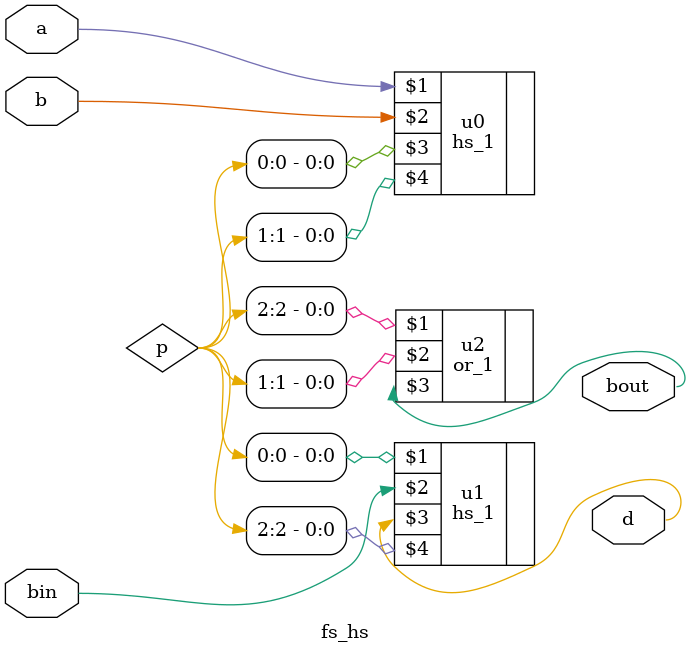
<source format=v>
`timescale 1ns / 1ps

module fs_hs(a,b,bin,d,bout);
input a,b,bin;
output d,bout;
wire [0:2]p;
hs_1 u0(a,b,p[0],p[1]);
hs_1 u1(p[0],bin,d,p[2]);
or_1 u2(p[2],p[1],bout);
endmodule
</source>
